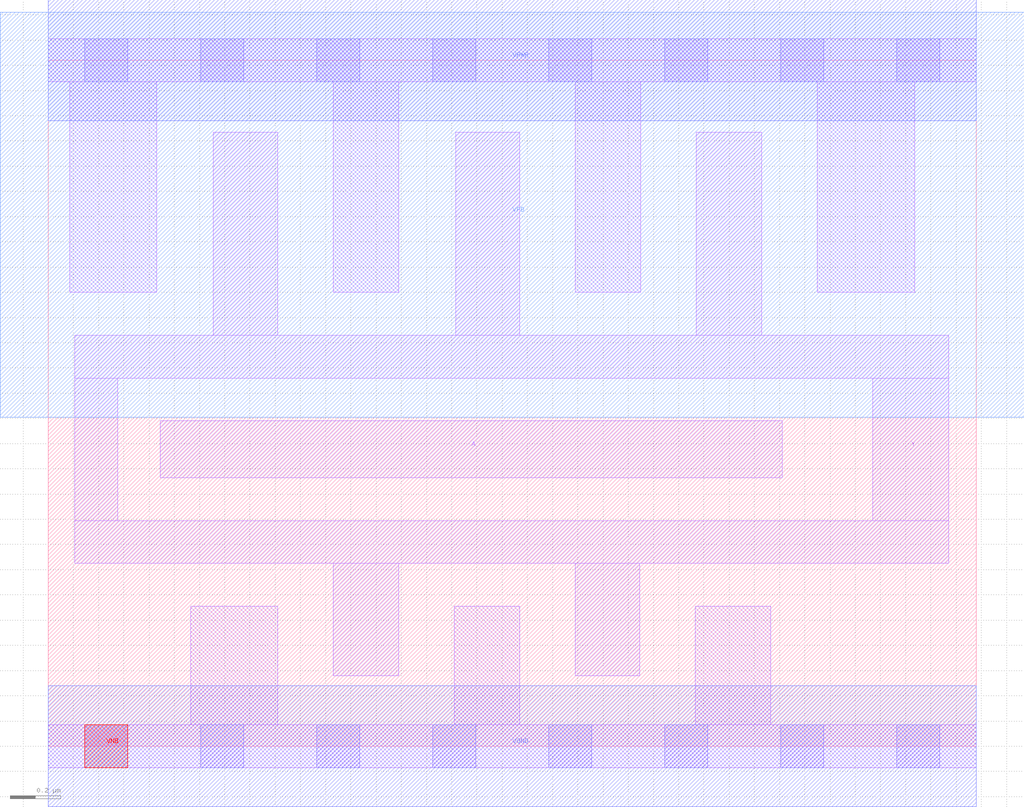
<source format=lef>
# Copyright 2020 The SkyWater PDK Authors
#
# Licensed under the Apache License, Version 2.0 (the "License");
# you may not use this file except in compliance with the License.
# You may obtain a copy of the License at
#
#     https://www.apache.org/licenses/LICENSE-2.0
#
# Unless required by applicable law or agreed to in writing, software
# distributed under the License is distributed on an "AS IS" BASIS,
# WITHOUT WARRANTIES OR CONDITIONS OF ANY KIND, either express or implied.
# See the License for the specific language governing permissions and
# limitations under the License.
#
# SPDX-License-Identifier: Apache-2.0

VERSION 5.7 ;
  NOWIREEXTENSIONATPIN ON ;
  DIVIDERCHAR "/" ;
  BUSBITCHARS "[]" ;
PROPERTYDEFINITIONS
  MACRO maskLayoutSubType STRING ;
  MACRO prCellType STRING ;
  MACRO originalViewName STRING ;
END PROPERTYDEFINITIONS
MACRO sky130_fd_sc_hdll__clkinv_4
  CLASS CORE ;
  FOREIGN sky130_fd_sc_hdll__clkinv_4 ;
  ORIGIN  0.000000  0.000000 ;
  SIZE  3.680000 BY  2.720000 ;
  SYMMETRY X Y R90 ;
  SITE unithd ;
  PIN A
    ANTENNAGATEAREA  1.332000 ;
    DIRECTION INPUT ;
    USE SIGNAL ;
    PORT
      LAYER li1 ;
        RECT 0.445000 1.065000 2.910000 1.290000 ;
    END
  END A
  PIN VNB
    PORT
      LAYER pwell ;
        RECT 0.145000 -0.085000 0.315000 0.085000 ;
    END
  END VNB
  PIN VPB
    PORT
      LAYER nwell ;
        RECT -0.190000 1.305000 3.870000 2.910000 ;
    END
  END VPB
  PIN Y
    ANTENNADIFFAREA  1.177200 ;
    DIRECTION OUTPUT ;
    USE SIGNAL ;
    PORT
      LAYER li1 ;
        RECT 0.105000 0.725000 3.570000 0.895000 ;
        RECT 0.105000 0.895000 0.275000 1.460000 ;
        RECT 0.105000 1.460000 3.570000 1.630000 ;
        RECT 0.655000 1.630000 0.910000 2.435000 ;
        RECT 1.130000 0.280000 1.390000 0.725000 ;
        RECT 1.615000 1.630000 1.870000 2.435000 ;
        RECT 2.090000 0.280000 2.345000 0.725000 ;
        RECT 2.570000 1.630000 2.830000 2.435000 ;
        RECT 3.270000 0.895000 3.570000 1.460000 ;
    END
  END Y
  PIN VGND
    DIRECTION INOUT ;
    USE GROUND ;
    PORT
      LAYER met1 ;
        RECT 0.000000 -0.240000 3.680000 0.240000 ;
    END
  END VGND
  PIN VPWR
    DIRECTION INOUT ;
    USE POWER ;
    PORT
      LAYER met1 ;
        RECT 0.000000 2.480000 3.680000 2.960000 ;
    END
  END VPWR
  OBS
    LAYER li1 ;
      RECT 0.000000 -0.085000 3.680000 0.085000 ;
      RECT 0.000000  2.635000 3.680000 2.805000 ;
      RECT 0.085000  1.800000 0.430000 2.635000 ;
      RECT 0.565000  0.085000 0.910000 0.555000 ;
      RECT 1.130000  1.800000 1.390000 2.635000 ;
      RECT 1.610000  0.085000 1.870000 0.555000 ;
      RECT 2.090000  1.800000 2.350000 2.635000 ;
      RECT 2.565000  0.085000 2.865000 0.555000 ;
      RECT 3.050000  1.800000 3.435000 2.635000 ;
    LAYER mcon ;
      RECT 0.145000 -0.085000 0.315000 0.085000 ;
      RECT 0.145000  2.635000 0.315000 2.805000 ;
      RECT 0.605000 -0.085000 0.775000 0.085000 ;
      RECT 0.605000  2.635000 0.775000 2.805000 ;
      RECT 1.065000 -0.085000 1.235000 0.085000 ;
      RECT 1.065000  2.635000 1.235000 2.805000 ;
      RECT 1.525000 -0.085000 1.695000 0.085000 ;
      RECT 1.525000  2.635000 1.695000 2.805000 ;
      RECT 1.985000 -0.085000 2.155000 0.085000 ;
      RECT 1.985000  2.635000 2.155000 2.805000 ;
      RECT 2.445000 -0.085000 2.615000 0.085000 ;
      RECT 2.445000  2.635000 2.615000 2.805000 ;
      RECT 2.905000 -0.085000 3.075000 0.085000 ;
      RECT 2.905000  2.635000 3.075000 2.805000 ;
      RECT 3.365000 -0.085000 3.535000 0.085000 ;
      RECT 3.365000  2.635000 3.535000 2.805000 ;
  END
  PROPERTY maskLayoutSubType "abstract" ;
  PROPERTY prCellType "standard" ;
  PROPERTY originalViewName "layout" ;
END sky130_fd_sc_hdll__clkinv_4
END LIBRARY

</source>
